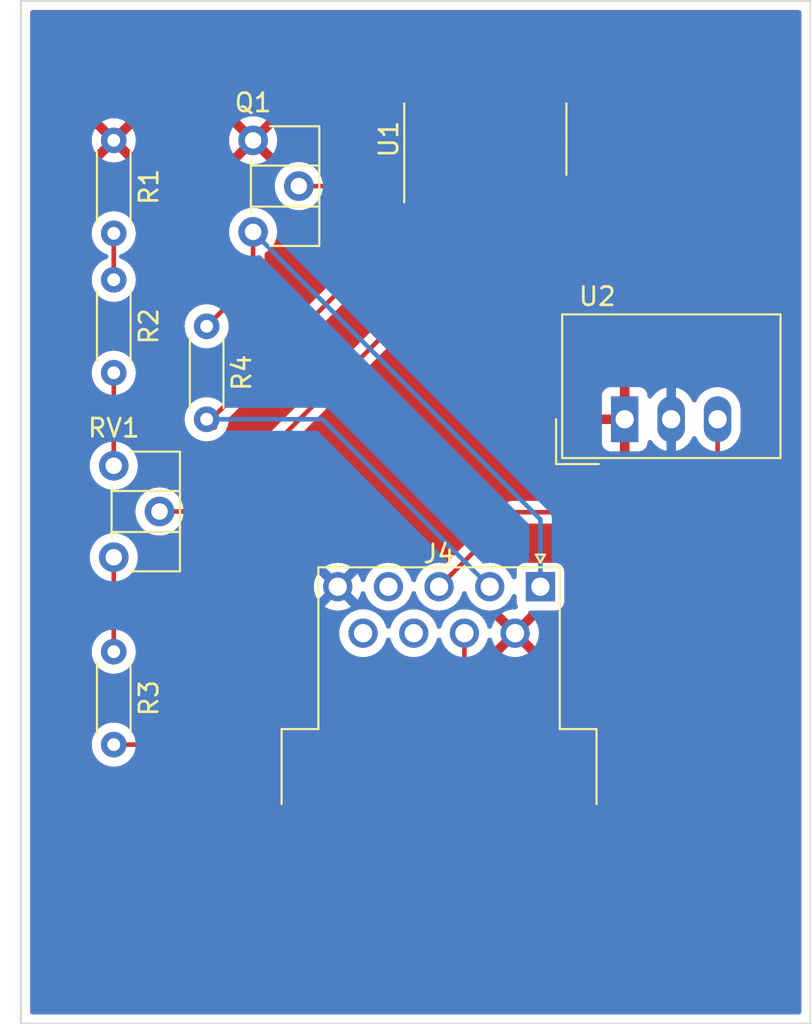
<source format=kicad_pcb>
(kicad_pcb (version 20211014) (generator pcbnew)
  (layers (0 "F.Cu" signal) (31 "B.Cu" signal) (34 "B.Paste" user) (35 "F.Paste" user) (36 "B.SilkS" user "B.Silkscreen") (37 "F.SilkS" user "F.Silkscreen") (38 "B.Mask" user) (39 "F.Mask" user) (44 "Edge.Cuts" user))
  (net 0 "")
  (net 1 "GND")
  (net 2 "+12V")
  (net 3 "Net-(Q1-Pad2)")
  (net 4 "Net-(R1-Pad2)")
  (net 5 "Net-(R2-Pad2)")
  (net 6 "Net-(R3-Pad1)")
  (net 7 "Net-(J4-Pad1)")
  (net 8 "Net-(J4-Pad7)")
  (net 9 "Net-(J4-Pad2)")
  (net 10 "Net-(RV1-Pad2)")
  (net 11 "Net-(J4-Pad3)")
  (footprint "Package_SO:SO-14_3.9x8.65mm_P1.27mm" (layer "F.Cu") (at 142.24 76.135 90)
    (fp_text reference "U1" (at 0 -5.28 90) (layer "F.SilkS"))
    (fp_text value "LM2902")
    (fp_line (start 0 4.435) (end -1.95 4.435) (layer "F.SilkS") (width 0.12))
    (fp_line (start 0 -4.435) (end 1.95 -4.435) (layer "F.SilkS") (width 0.12))
    (fp_line (start 0 -4.435) (end -3.45 -4.435) (layer "F.SilkS") (width 0.12))
    (fp_line (start 0 4.435) (end 1.95 4.435) (layer "F.SilkS") (width 0.12))
    (pad "1" smd roundrect (at -2.475 -3.81 90) (size 1.95 0.6) (layers "F.Cu" "F.Paste" "F.Mask") (net 3 "Net-(Q1-Pad2)"))
    (pad "2" smd roundrect (at -2.475 -2.54 90) (size 1.95 0.6) (layers "F.Cu" "F.Paste" "F.Mask") (net 9 "Net-(J4-Pad2)"))
    (pad "3" smd roundrect (at -2.475 -1.27 90) (size 1.95 0.6) (layers "F.Cu" "F.Paste" "F.Mask") (net 10 "Net-(RV1-Pad2)"))
    (pad "4" smd roundrect (at -2.475 0 90) (size 1.95 0.6) (layers "F.Cu" "F.Paste" "F.Mask") (net 2 "+12V"))
    (pad "5" smd roundrect (at -2.475 1.27 90) (size 1.95 0.6) (layers "F.Cu" "F.Paste" "F.Mask"))
    (pad "6" smd roundrect (at -2.475 2.54 90) (size 1.95 0.6) (layers "F.Cu" "F.Paste" "F.Mask"))
    (pad "7" smd roundrect (at -2.475 3.81 90) (size 1.95 0.6) (layers "F.Cu" "F.Paste" "F.Mask"))
    (pad "8" smd roundrect (at 2.475 3.81 90) (size 1.95 0.6) (layers "F.Cu" "F.Paste" "F.Mask"))
    (pad "9" smd roundrect (at 2.475 2.54 90) (size 1.95 0.6) (layers "F.Cu" "F.Paste" "F.Mask"))
    (pad "10" smd roundrect (at 2.475 1.27 90) (size 1.95 0.6) (layers "F.Cu" "F.Paste" "F.Mask"))
    (pad "11" smd roundrect (at 2.475 0 90) (size 1.95 0.6) (layers "F.Cu" "F.Paste" "F.Mask") (net 1 "GND"))
    (pad "12" smd roundrect (at 2.475 -1.27 90) (size 1.95 0.6) (layers "F.Cu" "F.Paste" "F.Mask"))
    (pad "13" smd roundrect (at 2.475 -2.54 90) (size 1.95 0.6) (layers "F.Cu" "F.Paste" "F.Mask"))
    (pad "14" smd roundrect (at 2.475 -3.81 90) (size 1.95 0.6) (layers "F.Cu" "F.Paste" "F.Mask"))
  )
  (footprint "Resistor_THT:R_Axial_DIN0204_L3.6mm_D1.6mm_P5.08mm_Horizontal" (layer "F.Cu") (at 121.92 83.82 -90)
    (fp_text reference "R2" (at 2.54 -1.92 90) (layer "F.SilkS"))
    (fp_text value "1.2k")
    (fp_line (start 0.62 -0.92) (end 4.46 -0.92) (layer "F.SilkS") (width 0.12))
    (fp_line (start 0.62 0.92) (end 4.46 0.92) (layer "F.SilkS") (width 0.12))
    (pad "1" thru_hole circle (at 0 0 270) (size 1.4 1.4) (drill 0.7) (layers *.Cu *.Mask) (net 4 "Net-(R1-Pad2)"))
    (pad "2" thru_hole oval (at 5.08 0 270) (size 1.4 1.4) (drill 0.7) (layers *.Cu *.Mask) (net 5 "Net-(R2-Pad2)"))
  )
  (footprint "Resistor_THT:R_Axial_DIN0204_L3.6mm_D1.6mm_P5.08mm_Horizontal" (layer "F.Cu") (at 121.92 76.2 -90)
    (fp_text reference "R1" (at 2.54 -1.92 90) (layer "F.SilkS"))
    (fp_text value "12k")
    (fp_line (start 0.62 -0.92) (end 4.46 -0.92) (layer "F.SilkS") (width 0.12))
    (fp_line (start 0.62 0.92) (end 4.46 0.92) (layer "F.SilkS") (width 0.12))
    (pad "1" thru_hole circle (at 0 0 270) (size 1.4 1.4) (drill 0.7) (layers *.Cu *.Mask) (net 2 "+12V"))
    (pad "2" thru_hole oval (at 5.08 0 270) (size 1.4 1.4) (drill 0.7) (layers *.Cu *.Mask) (net 4 "Net-(R1-Pad2)"))
  )
  (footprint "Potentiometer_THT:Potentiometer_ACP_CA6-H2,5_Horizontal" (layer "F.Cu") (at 121.92 93.98)
    (fp_text reference "RV1" (at 0 -2.06) (layer "F.SilkS"))
    (fp_text value "R_Potentiometer")
    (fp_line (start -0.121 1.38) (end 3.62 1.38) (layer "F.SilkS") (width 0.12))
    (fp_line (start -0.121 1.38) (end -0.121 3.62) (layer "F.SilkS") (width 0.12))
    (fp_line (start -0.121 3.62) (end 3.62 3.62) (layer "F.SilkS") (width 0.12))
    (fp_line (start 3.62 1.38) (end 3.62 3.62) (layer "F.SilkS") (width 0.12))
    (fp_line (start 0.925 -0.77) (end 3.62 -0.77) (layer "F.SilkS") (width 0.12))
    (fp_line (start 0.925 5.77) (end 3.62 5.77) (layer "F.SilkS") (width 0.12))
    (fp_line (start 3.62 -0.77) (end 3.62 5.77) (layer "F.SilkS") (width 0.12))
    (fp_line (start -0.121 1.066) (end -0.121 3.935) (layer "F.SilkS") (width 0.12))
    (pad "1" thru_hole circle (at 0 0) (size 1.62 1.62) (drill 0.9) (layers *.Cu *.Mask) (net 5 "Net-(R2-Pad2)"))
    (pad "2" thru_hole circle (at 2.5 2.5) (size 1.62 1.62) (drill 0.9) (layers *.Cu *.Mask) (net 10 "Net-(RV1-Pad2)"))
    (pad "3" thru_hole circle (at 0 5) (size 1.62 1.62) (drill 0.9) (layers *.Cu *.Mask) (net 6 "Net-(R3-Pad1)"))
  )
  (footprint "Converter_DCDC:Converter_DCDC_TRACO_TSR-1_THT" (layer "F.Cu") (at 149.86 91.44)
    (fp_text reference "U2" (at -1.5 -6.71) (layer "F.SilkS"))
    (fp_text value "TSR_1-2450")
    (fp_line (start 8.52 -5.73) (end 8.52 2.12) (layer "F.SilkS") (width 0.12))
    (fp_line (start -3.42 -5.73) (end 8.52 -5.73) (layer "F.SilkS") (width 0.12))
    (fp_line (start -3.75 2.45) (end -1.42 2.45) (layer "F.SilkS") (width 0.12))
    (fp_line (start -3.75 0) (end -3.75 2.45) (layer "F.SilkS") (width 0.12))
    (fp_line (start 8.52 2.12) (end -3.42 2.12) (layer "F.SilkS") (width 0.12))
    (fp_line (start -3.42 2.12) (end -3.42 -5.73) (layer "F.SilkS") (width 0.12))
    (pad "1" thru_hole rect (at 0 0) (size 1.5 2.5) (drill 1) (layers *.Cu *.Mask) (net 2 "+12V"))
    (pad "2" thru_hole oval (at 2.54 0) (size 1.5 2.5) (drill 1) (layers *.Cu *.Mask) (net 1 "GND"))
    (pad "3" thru_hole oval (at 5.08 0) (size 1.5 2.5) (drill 1) (layers *.Cu *.Mask) (net 11 "Net-(J4-Pad3)"))
  )
  (footprint "Potentiometer_THT:Potentiometer_ACP_CA6-H2,5_Horizontal" (layer "F.Cu") (at 129.54 76.2)
    (fp_text reference "Q1" (at 0 -2.06) (layer "F.SilkS"))
    (fp_text value "Q_NPN_CBE")
    (fp_line (start -0.121 1.38) (end 3.62 1.38) (layer "F.SilkS") (width 0.12))
    (fp_line (start 0.925 -0.77) (end 3.62 -0.77) (layer "F.SilkS") (width 0.12))
    (fp_line (start 0.925 5.77) (end 3.62 5.77) (layer "F.SilkS") (width 0.12))
    (fp_line (start -0.121 1.38) (end -0.121 3.62) (layer "F.SilkS") (width 0.12))
    (fp_line (start 3.62 1.38) (end 3.62 3.62) (layer "F.SilkS") (width 0.12))
    (fp_line (start 3.62 -0.77) (end 3.62 5.77) (layer "F.SilkS") (width 0.12))
    (fp_line (start -0.121 3.62) (end 3.62 3.62) (layer "F.SilkS") (width 0.12))
    (fp_line (start -0.121 1.066) (end -0.121 3.935) (layer "F.SilkS") (width 0.12))
    (pad "1" thru_hole circle (at 0 0) (size 1.62 1.62) (drill 0.9) (layers *.Cu *.Mask) (net 2 "+12V"))
    (pad "2" thru_hole circle (at 2.5 2.5) (size 1.62 1.62) (drill 0.9) (layers *.Cu *.Mask) (net 3 "Net-(Q1-Pad2)"))
    (pad "3" thru_hole circle (at 0 5) (size 1.62 1.62) (drill 0.9) (layers *.Cu *.Mask) (net 7 "Net-(J4-Pad1)"))
  )
  (footprint "Resistor_THT:R_Axial_DIN0204_L3.6mm_D1.6mm_P5.08mm_Horizontal" (layer "F.Cu") (at 127 86.36 -90)
    (fp_text reference "R4" (at 2.54 -1.92 90) (layer "F.SilkS"))
    (fp_text value "52")
    (fp_line (start 0.62 0.92) (end 4.46 0.92) (layer "F.SilkS") (width 0.12))
    (fp_line (start 0.62 -0.92) (end 4.46 -0.92) (layer "F.SilkS") (width 0.12))
    (pad "1" thru_hole circle (at 0 0 270) (size 1.4 1.4) (drill 0.7) (layers *.Cu *.Mask) (net 7 "Net-(J4-Pad1)"))
    (pad "2" thru_hole oval (at 5.08 0 270) (size 1.4 1.4) (drill 0.7) (layers *.Cu *.Mask) (net 9 "Net-(J4-Pad2)"))
  )
  (footprint "Resistor_THT:R_Axial_DIN0204_L3.6mm_D1.6mm_P5.08mm_Horizontal" (layer "F.Cu") (at 121.92 104.14 -90)
    (fp_text reference "R3" (at 2.54 -1.92 90) (layer "F.SilkS"))
    (fp_text value "140")
    (fp_line (start 0.62 0.92) (end 4.46 0.92) (layer "F.SilkS") (width 0.12))
    (fp_line (start 0.62 -0.92) (end 4.46 -0.92) (layer "F.SilkS") (width 0.12))
    (pad "1" thru_hole circle (at 0 0 270) (size 1.4 1.4) (drill 0.7) (layers *.Cu *.Mask) (net 6 "Net-(R3-Pad1)"))
    (pad "2" thru_hole oval (at 5.08 0 270) (size 1.4 1.4) (drill 0.7) (layers *.Cu *.Mask) (net 8 "Net-(J4-Pad7)"))
  )
  (footprint "Connector_Dsub:DSUB-9_Female_Horizontal_P2.77x2.54mm_EdgePinOffset9.40mm" (layer "F.Cu") (at 145.25 100.589669)
    (fp_text reference "J4" (at -5.54 -1.8) (layer "F.SilkS"))
    (fp_text value "DB9_Female")
    (fp_line (start -12.14 7.78) (end -12.14 -1.06) (layer "F.SilkS") (width 0.12))
    (fp_line (start -14.15 7.78) (end -12.14 7.78) (layer "F.SilkS") (width 0.12))
    (fp_line (start 1.06 7.78) (end 3.07 7.78) (layer "F.SilkS") (width 0.12))
    (fp_line (start 1.06 -1.06) (end 1.06 7.78) (layer "F.SilkS") (width 0.12))
    (fp_line (start -0.25 -1.754338) (end 0.25 -1.754338) (layer "F.SilkS") (width 0.12))
    (fp_line (start 3.07 7.78) (end 3.07 11.88) (layer "F.SilkS") (width 0.12))
    (fp_line (start 0.25 -1.754338) (end 0 -1.321325) (layer "F.SilkS") (width 0.12))
    (fp_line (start -14.15 11.88) (end -14.15 7.78) (layer "F.SilkS") (width 0.12))
    (fp_line (start 0 -1.321325) (end -0.25 -1.754338) (layer "F.SilkS") (width 0.12))
    (fp_line (start -12.14 -1.06) (end 1.06 -1.06) (layer "F.SilkS") (width 0.12))
    (pad "1" thru_hole rect (at 0 0) (size 1.6 1.6) (drill 1) (layers *.Cu *.Mask) (net 7 "Net-(J4-Pad1)"))
    (pad "2" thru_hole circle (at -2.77 0) (size 1.6 1.6) (drill 1) (layers *.Cu *.Mask) (net 9 "Net-(J4-Pad2)"))
    (pad "3" thru_hole circle (at -5.54 0) (size 1.6 1.6) (drill 1) (layers *.Cu *.Mask) (net 11 "Net-(J4-Pad3)"))
    (pad "4" thru_hole circle (at -8.31 0) (size 1.6 1.6) (drill 1) (layers *.Cu *.Mask))
    (pad "5" thru_hole circle (at -11.08 0) (size 1.6 1.6) (drill 1) (layers *.Cu *.Mask) (net 1 "GND"))
    (pad "6" thru_hole circle (at -1.385 2.54) (size 1.6 1.6) (drill 1) (layers *.Cu *.Mask) (net 2 "+12V"))
    (pad "7" thru_hole circle (at -4.155 2.54) (size 1.6 1.6) (drill 1) (layers *.Cu *.Mask) (net 8 "Net-(J4-Pad7)"))
    (pad "8" thru_hole circle (at -6.925 2.54) (size 1.6 1.6) (drill 1) (layers *.Cu *.Mask))
    (pad "9" thru_hole circle (at -9.695 2.54) (size 1.6 1.6) (drill 1) (layers *.Cu *.Mask))
  )
  (gr_rect (start 116.84 68.58) (end 160.02 124.46) (layer "Edge.Cuts") (width 0.1) (fill none))
  (segment (start 142.24 71.12) (end 152.4 71.12) (width 0.25) (layer "F.Cu") (net 1))
  (segment (start 152.4 71.12) (end 152.4 91.44) (width 0.25) (layer "F.Cu") (net 1))
  (segment (start 142.24 73.66) (end 142.24 71.12) (width 0.25) (layer "F.Cu") (net 1))
  (segment (start 138.34 78.7) (end 132.04 78.7) (width 0.25) (layer "F.Cu") (net 3))
  (segment (start 138.43 78.61) (end 138.34 78.7) (width 0.25) (layer "F.Cu") (net 3))
  (segment (start 121.92 81.28) (end 121.92 83.82) (width 0.25) (layer "F.Cu") (net 4))
  (segment (start 121.92 88.9) (end 121.92 93.98) (width 0.25) (layer "F.Cu") (net 5))
  (segment (start 121.92 98.98) (end 121.92 104.14) (width 0.25) (layer "F.Cu") (net 6))
  (segment (start 127 86.36) (end 129.54 83.82) (width 0.25) (layer "F.Cu") (net 7))
  (segment (start 129.54 83.82) (end 129.54 81.28) (width 0.25) (layer "F.Cu") (net 7))
  (segment (start 145.25 100.589669) (end 145.25 96.91) (width 0.25) (layer "B.Cu") (net 7))
  (segment (start 145.25 96.91) (end 129.54 81.2) (width 0.25) (layer "B.Cu") (net 7))
  (segment (start 141.095 103.129669) (end 141.095 105.285) (width 0.25) (layer "F.Cu") (net 8))
  (segment (start 141.095 105.285) (end 137.16 109.22) (width 0.25) (layer "F.Cu") (net 8))
  (segment (start 137.16 109.22) (end 121.92 109.22) (width 0.25) (layer "F.Cu") (net 8))
  (segment (start 127.44952 91.88952) (end 127 91.44) (width 0.25) (layer "F.Cu") (net 9))
  (segment (start 127 91.44) (end 127.246072 91.44) (width 0.25) (layer "F.Cu") (net 9))
  (segment (start 127.246072 91.44) (end 139.7 78.986072) (width 0.25) (layer "F.Cu") (net 9))
  (segment (start 139.7 78.986072) (end 139.7 78.74) (width 0.25) (layer "F.Cu") (net 9))
  (segment (start 142.48 100.589669) (end 133.330331 91.44) (width 0.25) (layer "B.Cu") (net 9))
  (segment (start 133.330331 91.44) (end 127 91.44) (width 0.25) (layer "B.Cu") (net 9))
  (segment (start 124.42 96.48) (end 127.04 96.48) (width 0.25) (layer "F.Cu") (net 10))
  (segment (start 127.04 96.48) (end 140.97 82.55) (width 0.25) (layer "F.Cu") (net 10))
  (segment (start 140.97 82.55) (end 140.97 78.61) (width 0.25) (layer "F.Cu") (net 10))
  (segment (start 154.94 96.52) (end 154.94 91.44) (width 0.25) (layer "F.Cu") (net 11))
  (segment (start 143.779669 96.52) (end 154.94 96.52) (width 0.25) (layer "F.Cu") (net 11))
  (segment (start 139.71 100.589669) (end 143.779669 96.52) (width 0.25) (layer "F.Cu") (net 11))
  (zone (net 2) (net_name "+12V") (layer "F.Cu") (connect_pads (clearance 0.508)) (min_thickness 0.254) (fill yes (thermal_gap 0.508) (thermal_bridge_width 0.508))
    (polygon (pts (xy 160.02 124.46) (xy 116.84 124.46) (xy 116.84 68.58) (xy 160.02 68.58)))
  )
  (zone (net 2) (net_name "+12V") (layer "F.Cu") (connect_pads (clearance 0.508)) (min_thickness 0.254) (fill yes (thermal_gap 0.508) (thermal_bridge_width 0.508))
    (polygon (pts (xy 160.02 124.46) (xy 116.84 124.46) (xy 116.84 68.58) (xy 160.02 68.58)))
  )
  (zone (net 2) (net_name "+12V") (layer "F.Cu") (connect_pads (clearance 0.508)) (min_thickness 0.254) (fill yes (thermal_gap 0.508) (thermal_bridge_width 0.508))
    (polygon (pts (xy 160.02 124.46) (xy 116.84 124.46) (xy 116.84 68.58) (xy 160.02 68.58)))
  )
  (zone (net 2) (net_name "+12V") (layer "F.Cu") (connect_pads (clearance 0.508)) (min_thickness 0.254) (fill yes (thermal_gap 0.508) (thermal_bridge_width 0.508))
    (polygon (pts (xy 160.02 124.46) (xy 116.84 124.46) (xy 116.84 68.58) (xy 160.02 68.58)))
  )
  (zone (net 2) (net_name "+12V") (layer "F.Cu") (connect_pads (clearance 0.508)) (min_thickness 0.254) (fill yes (thermal_gap 0.508) (thermal_bridge_width 0.508))
    (polygon (pts (xy 160.02 124.46) (xy 116.84 124.46) (xy 116.84 68.58) (xy 160.02 68.58)))
  )
  (zone (net 1) (net_name "GND") (layer "B.Cu") (connect_pads (clearance 0.508)) (min_thickness 0.254) (fill yes (thermal_gap 0.508) (thermal_bridge_width 0.508))
    (polygon (pts (xy 160.02 124.46) (xy 116.84 124.46) (xy 116.84 68.58) (xy 160.02 68.58)))
  )
  (zone (net 1) (net_name "GND") (layer "B.Cu") (connect_pads (clearance 0.508)) (min_thickness 0.254) (fill yes (thermal_gap 0.508) (thermal_bridge_width 0.508))
    (polygon (pts (xy 160.02 124.46) (xy 116.84 124.46) (xy 116.84 68.58) (xy 160.02 68.58)))
  )
  (zone (net 1) (net_name "GND") (layer "B.Cu") (connect_pads (clearance 0.508)) (min_thickness 0.254) (fill yes (thermal_gap 0.508) (thermal_bridge_width 0.508))
    (polygon (pts (xy 160.02 124.46) (xy 116.84 124.46) (xy 116.84 68.58) (xy 160.02 68.58)))
  )
  (zone (net 1) (net_name "GND") (layer "B.Cu") (connect_pads (clearance 0.508)) (min_thickness 0.254) (fill yes (thermal_gap 0.508) (thermal_bridge_width 0.508))
    (polygon (pts (xy 160.02 124.46) (xy 116.84 124.46) (xy 116.84 68.58) (xy 160.02 68.58)))
  )
  (zone (net 1) (net_name "GND") (layer "B.Cu") (connect_pads (clearance 0.508)) (min_thickness 0.254) (fill yes (thermal_gap 0.508) (thermal_bridge_width 0.508))
    (polygon (pts (xy 160.02 124.46) (xy 116.84 124.46) (xy 116.84 68.58) (xy 160.02 68.58)))
  )
)
</source>
